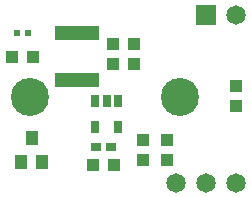
<source format=gts>
G04 #@! TF.FileFunction,Soldermask,Top*
%FSLAX46Y46*%
G04 Gerber Fmt 4.6, Leading zero omitted, Abs format (unit mm)*
G04 Created by KiCad (PCBNEW 4.0.1-stable) date 07/22/16 09:47:29*
%MOMM*%
G01*
G04 APERTURE LIST*
%ADD10C,0.100000*%
%ADD11R,1.651000X1.651000*%
%ADD12C,1.651000*%
%ADD13C,3.216000*%
%ADD14R,1.100000X1.000000*%
%ADD15R,1.000000X1.100000*%
%ADD16R,3.700000X1.200000*%
%ADD17R,1.016000X1.143000*%
%ADD18R,0.650000X1.060000*%
%ADD19R,0.500000X0.600000*%
%ADD20R,0.900000X0.700000*%
G04 APERTURE END LIST*
D10*
D11*
X157226000Y-98044000D03*
D12*
X159766000Y-98044000D03*
D13*
X142405100Y-105003600D03*
X155105100Y-105003600D03*
D14*
X147740000Y-110744000D03*
X149440000Y-110744000D03*
D15*
X149352000Y-100496000D03*
X149352000Y-102196000D03*
X151130000Y-100496000D03*
X151130000Y-102196000D03*
D16*
X146304000Y-103600000D03*
X146304000Y-99600000D03*
D17*
X142494000Y-108458000D03*
X143383000Y-110490000D03*
X141605000Y-110490000D03*
D15*
X159766000Y-104052000D03*
X159766000Y-105752000D03*
X153924000Y-108624000D03*
X153924000Y-110324000D03*
X151892000Y-108624000D03*
X151892000Y-110324000D03*
D14*
X142582000Y-101600000D03*
X140882000Y-101600000D03*
D12*
X154686000Y-112268000D03*
X157226000Y-112268000D03*
X159766000Y-112268000D03*
D18*
X149794000Y-105326000D03*
X148844000Y-105326000D03*
X147894000Y-105326000D03*
X147894000Y-107526000D03*
X149794000Y-107526000D03*
D19*
X141282000Y-99568000D03*
X142182000Y-99568000D03*
D20*
X149240000Y-109220000D03*
X147940000Y-109220000D03*
M02*

</source>
